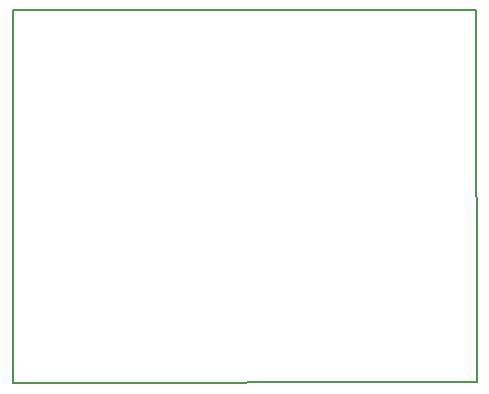
<source format=gbr>
G04 #@! TF.GenerationSoftware,KiCad,Pcbnew,(5.0.2)-1*
G04 #@! TF.CreationDate,2019-02-13T19:35:05+01:00*
G04 #@! TF.ProjectId,board,626f6172-642e-46b6-9963-61645f706362,rev?*
G04 #@! TF.SameCoordinates,PX79f0b30PY4cd61e0*
G04 #@! TF.FileFunction,Profile,NP*
%FSLAX46Y46*%
G04 Gerber Fmt 4.6, Leading zero omitted, Abs format (unit mm)*
G04 Created by KiCad (PCBNEW (5.0.2)-1) date 02/13/19 19:35:05*
%MOMM*%
%LPD*%
G01*
G04 APERTURE LIST*
%ADD10C,0.200000*%
G04 APERTURE END LIST*
D10*
X101600Y31648400D02*
X50800Y31597600D01*
X50800Y50800D02*
X50800Y31597600D01*
X39319200Y152400D02*
X50800Y50800D01*
X39268400Y31648400D02*
X39319200Y152400D01*
X50800Y31648400D02*
X39268400Y31648400D01*
M02*

</source>
